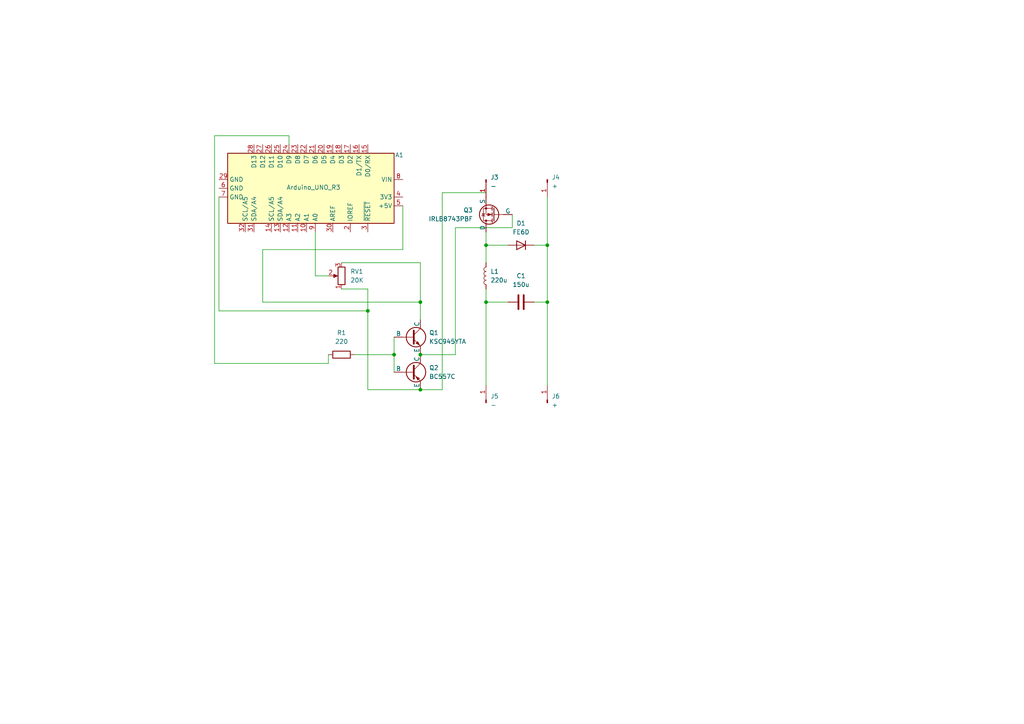
<source format=kicad_sch>
(kicad_sch
	(version 20250114)
	(generator "eeschema")
	(generator_version "9.0")
	(uuid "82f9a297-fb94-4d85-83e5-c45418d2e503")
	(paper "A4")
	(lib_symbols
		(symbol "Connector:Conn_01x01_Pin"
			(pin_names
				(offset 1.016)
				(hide yes)
			)
			(exclude_from_sim no)
			(in_bom yes)
			(on_board yes)
			(property "Reference" "J"
				(at 0 2.54 0)
				(effects
					(font
						(size 1.27 1.27)
					)
				)
			)
			(property "Value" "Conn_01x01_Pin"
				(at 0 -2.54 0)
				(effects
					(font
						(size 1.27 1.27)
					)
				)
			)
			(property "Footprint" ""
				(at 0 0 0)
				(effects
					(font
						(size 1.27 1.27)
					)
					(hide yes)
				)
			)
			(property "Datasheet" "~"
				(at 0 0 0)
				(effects
					(font
						(size 1.27 1.27)
					)
					(hide yes)
				)
			)
			(property "Description" "Generic connector, single row, 01x01, script generated"
				(at 0 0 0)
				(effects
					(font
						(size 1.27 1.27)
					)
					(hide yes)
				)
			)
			(property "ki_locked" ""
				(at 0 0 0)
				(effects
					(font
						(size 1.27 1.27)
					)
				)
			)
			(property "ki_keywords" "connector"
				(at 0 0 0)
				(effects
					(font
						(size 1.27 1.27)
					)
					(hide yes)
				)
			)
			(property "ki_fp_filters" "Connector*:*_1x??_*"
				(at 0 0 0)
				(effects
					(font
						(size 1.27 1.27)
					)
					(hide yes)
				)
			)
			(symbol "Conn_01x01_Pin_1_1"
				(rectangle
					(start 0.8636 0.127)
					(end 0 -0.127)
					(stroke
						(width 0.1524)
						(type default)
					)
					(fill
						(type outline)
					)
				)
				(polyline
					(pts
						(xy 1.27 0) (xy 0.8636 0)
					)
					(stroke
						(width 0.1524)
						(type default)
					)
					(fill
						(type none)
					)
				)
				(pin passive line
					(at 5.08 0 180)
					(length 3.81)
					(name "Pin_1"
						(effects
							(font
								(size 1.27 1.27)
							)
						)
					)
					(number "1"
						(effects
							(font
								(size 1.27 1.27)
							)
						)
					)
				)
			)
			(embedded_fonts no)
		)
		(symbol "Device:C"
			(pin_numbers
				(hide yes)
			)
			(pin_names
				(offset 0.254)
			)
			(exclude_from_sim no)
			(in_bom yes)
			(on_board yes)
			(property "Reference" "C"
				(at 0.635 2.54 0)
				(effects
					(font
						(size 1.27 1.27)
					)
					(justify left)
				)
			)
			(property "Value" "C"
				(at 0.635 -2.54 0)
				(effects
					(font
						(size 1.27 1.27)
					)
					(justify left)
				)
			)
			(property "Footprint" ""
				(at 0.9652 -3.81 0)
				(effects
					(font
						(size 1.27 1.27)
					)
					(hide yes)
				)
			)
			(property "Datasheet" "~"
				(at 0 0 0)
				(effects
					(font
						(size 1.27 1.27)
					)
					(hide yes)
				)
			)
			(property "Description" "Unpolarized capacitor"
				(at 0 0 0)
				(effects
					(font
						(size 1.27 1.27)
					)
					(hide yes)
				)
			)
			(property "ki_keywords" "cap capacitor"
				(at 0 0 0)
				(effects
					(font
						(size 1.27 1.27)
					)
					(hide yes)
				)
			)
			(property "ki_fp_filters" "C_*"
				(at 0 0 0)
				(effects
					(font
						(size 1.27 1.27)
					)
					(hide yes)
				)
			)
			(symbol "C_0_1"
				(polyline
					(pts
						(xy -2.032 0.762) (xy 2.032 0.762)
					)
					(stroke
						(width 0.508)
						(type default)
					)
					(fill
						(type none)
					)
				)
				(polyline
					(pts
						(xy -2.032 -0.762) (xy 2.032 -0.762)
					)
					(stroke
						(width 0.508)
						(type default)
					)
					(fill
						(type none)
					)
				)
			)
			(symbol "C_1_1"
				(pin passive line
					(at 0 3.81 270)
					(length 2.794)
					(name "~"
						(effects
							(font
								(size 1.27 1.27)
							)
						)
					)
					(number "1"
						(effects
							(font
								(size 1.27 1.27)
							)
						)
					)
				)
				(pin passive line
					(at 0 -3.81 90)
					(length 2.794)
					(name "~"
						(effects
							(font
								(size 1.27 1.27)
							)
						)
					)
					(number "2"
						(effects
							(font
								(size 1.27 1.27)
							)
						)
					)
				)
			)
			(embedded_fonts no)
		)
		(symbol "Device:L"
			(pin_numbers
				(hide yes)
			)
			(pin_names
				(offset 1.016)
				(hide yes)
			)
			(exclude_from_sim no)
			(in_bom yes)
			(on_board yes)
			(property "Reference" "L"
				(at -1.27 0 90)
				(effects
					(font
						(size 1.27 1.27)
					)
				)
			)
			(property "Value" "L"
				(at 1.905 0 90)
				(effects
					(font
						(size 1.27 1.27)
					)
				)
			)
			(property "Footprint" ""
				(at 0 0 0)
				(effects
					(font
						(size 1.27 1.27)
					)
					(hide yes)
				)
			)
			(property "Datasheet" "~"
				(at 0 0 0)
				(effects
					(font
						(size 1.27 1.27)
					)
					(hide yes)
				)
			)
			(property "Description" "Inductor"
				(at 0 0 0)
				(effects
					(font
						(size 1.27 1.27)
					)
					(hide yes)
				)
			)
			(property "ki_keywords" "inductor choke coil reactor magnetic"
				(at 0 0 0)
				(effects
					(font
						(size 1.27 1.27)
					)
					(hide yes)
				)
			)
			(property "ki_fp_filters" "Choke_* *Coil* Inductor_* L_*"
				(at 0 0 0)
				(effects
					(font
						(size 1.27 1.27)
					)
					(hide yes)
				)
			)
			(symbol "L_0_1"
				(arc
					(start 0 2.54)
					(mid 0.6323 1.905)
					(end 0 1.27)
					(stroke
						(width 0)
						(type default)
					)
					(fill
						(type none)
					)
				)
				(arc
					(start 0 1.27)
					(mid 0.6323 0.635)
					(end 0 0)
					(stroke
						(width 0)
						(type default)
					)
					(fill
						(type none)
					)
				)
				(arc
					(start 0 0)
					(mid 0.6323 -0.635)
					(end 0 -1.27)
					(stroke
						(width 0)
						(type default)
					)
					(fill
						(type none)
					)
				)
				(arc
					(start 0 -1.27)
					(mid 0.6323 -1.905)
					(end 0 -2.54)
					(stroke
						(width 0)
						(type default)
					)
					(fill
						(type none)
					)
				)
			)
			(symbol "L_1_1"
				(pin passive line
					(at 0 3.81 270)
					(length 1.27)
					(name "1"
						(effects
							(font
								(size 1.27 1.27)
							)
						)
					)
					(number "1"
						(effects
							(font
								(size 1.27 1.27)
							)
						)
					)
				)
				(pin passive line
					(at 0 -3.81 90)
					(length 1.27)
					(name "2"
						(effects
							(font
								(size 1.27 1.27)
							)
						)
					)
					(number "2"
						(effects
							(font
								(size 1.27 1.27)
							)
						)
					)
				)
			)
			(embedded_fonts no)
		)
		(symbol "Device:R"
			(pin_numbers
				(hide yes)
			)
			(pin_names
				(offset 0)
			)
			(exclude_from_sim no)
			(in_bom yes)
			(on_board yes)
			(property "Reference" "R"
				(at 2.032 0 90)
				(effects
					(font
						(size 1.27 1.27)
					)
				)
			)
			(property "Value" "R"
				(at 0 0 90)
				(effects
					(font
						(size 1.27 1.27)
					)
				)
			)
			(property "Footprint" ""
				(at -1.778 0 90)
				(effects
					(font
						(size 1.27 1.27)
					)
					(hide yes)
				)
			)
			(property "Datasheet" "~"
				(at 0 0 0)
				(effects
					(font
						(size 1.27 1.27)
					)
					(hide yes)
				)
			)
			(property "Description" "Resistor"
				(at 0 0 0)
				(effects
					(font
						(size 1.27 1.27)
					)
					(hide yes)
				)
			)
			(property "ki_keywords" "R res resistor"
				(at 0 0 0)
				(effects
					(font
						(size 1.27 1.27)
					)
					(hide yes)
				)
			)
			(property "ki_fp_filters" "R_*"
				(at 0 0 0)
				(effects
					(font
						(size 1.27 1.27)
					)
					(hide yes)
				)
			)
			(symbol "R_0_1"
				(rectangle
					(start -1.016 -2.54)
					(end 1.016 2.54)
					(stroke
						(width 0.254)
						(type default)
					)
					(fill
						(type none)
					)
				)
			)
			(symbol "R_1_1"
				(pin passive line
					(at 0 3.81 270)
					(length 1.27)
					(name "~"
						(effects
							(font
								(size 1.27 1.27)
							)
						)
					)
					(number "1"
						(effects
							(font
								(size 1.27 1.27)
							)
						)
					)
				)
				(pin passive line
					(at 0 -3.81 90)
					(length 1.27)
					(name "~"
						(effects
							(font
								(size 1.27 1.27)
							)
						)
					)
					(number "2"
						(effects
							(font
								(size 1.27 1.27)
							)
						)
					)
				)
			)
			(embedded_fonts no)
		)
		(symbol "Device:R_Potentiometer"
			(pin_names
				(offset 1.016)
				(hide yes)
			)
			(exclude_from_sim no)
			(in_bom yes)
			(on_board yes)
			(property "Reference" "RV"
				(at -4.445 0 90)
				(effects
					(font
						(size 1.27 1.27)
					)
				)
			)
			(property "Value" "R_Potentiometer"
				(at -2.54 0 90)
				(effects
					(font
						(size 1.27 1.27)
					)
				)
			)
			(property "Footprint" ""
				(at 0 0 0)
				(effects
					(font
						(size 1.27 1.27)
					)
					(hide yes)
				)
			)
			(property "Datasheet" "~"
				(at 0 0 0)
				(effects
					(font
						(size 1.27 1.27)
					)
					(hide yes)
				)
			)
			(property "Description" "Potentiometer"
				(at 0 0 0)
				(effects
					(font
						(size 1.27 1.27)
					)
					(hide yes)
				)
			)
			(property "ki_keywords" "resistor variable"
				(at 0 0 0)
				(effects
					(font
						(size 1.27 1.27)
					)
					(hide yes)
				)
			)
			(property "ki_fp_filters" "Potentiometer*"
				(at 0 0 0)
				(effects
					(font
						(size 1.27 1.27)
					)
					(hide yes)
				)
			)
			(symbol "R_Potentiometer_0_1"
				(rectangle
					(start 1.016 2.54)
					(end -1.016 -2.54)
					(stroke
						(width 0.254)
						(type default)
					)
					(fill
						(type none)
					)
				)
				(polyline
					(pts
						(xy 1.143 0) (xy 2.286 0.508) (xy 2.286 -0.508) (xy 1.143 0)
					)
					(stroke
						(width 0)
						(type default)
					)
					(fill
						(type outline)
					)
				)
				(polyline
					(pts
						(xy 2.54 0) (xy 1.524 0)
					)
					(stroke
						(width 0)
						(type default)
					)
					(fill
						(type none)
					)
				)
			)
			(symbol "R_Potentiometer_1_1"
				(pin passive line
					(at 0 3.81 270)
					(length 1.27)
					(name "1"
						(effects
							(font
								(size 1.27 1.27)
							)
						)
					)
					(number "1"
						(effects
							(font
								(size 1.27 1.27)
							)
						)
					)
				)
				(pin passive line
					(at 0 -3.81 90)
					(length 1.27)
					(name "3"
						(effects
							(font
								(size 1.27 1.27)
							)
						)
					)
					(number "3"
						(effects
							(font
								(size 1.27 1.27)
							)
						)
					)
				)
				(pin passive line
					(at 3.81 0 180)
					(length 1.27)
					(name "2"
						(effects
							(font
								(size 1.27 1.27)
							)
						)
					)
					(number "2"
						(effects
							(font
								(size 1.27 1.27)
							)
						)
					)
				)
			)
			(embedded_fonts no)
		)
		(symbol "Diode:1N4148WT"
			(pin_numbers
				(hide yes)
			)
			(pin_names
				(hide yes)
			)
			(exclude_from_sim no)
			(in_bom yes)
			(on_board yes)
			(property "Reference" "D"
				(at 0 2.54 0)
				(effects
					(font
						(size 1.27 1.27)
					)
				)
			)
			(property "Value" "1N4148WT"
				(at 0 -2.54 0)
				(effects
					(font
						(size 1.27 1.27)
					)
				)
			)
			(property "Footprint" "Diode_SMD:D_SOD-523"
				(at 0 -4.445 0)
				(effects
					(font
						(size 1.27 1.27)
					)
					(hide yes)
				)
			)
			(property "Datasheet" "https://www.diodes.com/assets/Datasheets/ds30396.pdf"
				(at 0 0 0)
				(effects
					(font
						(size 1.27 1.27)
					)
					(hide yes)
				)
			)
			(property "Description" "75V 0.15A Fast switching Diode, SOD-523"
				(at 0 0 0)
				(effects
					(font
						(size 1.27 1.27)
					)
					(hide yes)
				)
			)
			(property "Sim.Device" "D"
				(at 0 0 0)
				(effects
					(font
						(size 1.27 1.27)
					)
					(hide yes)
				)
			)
			(property "Sim.Pins" "1=K 2=A"
				(at 0 0 0)
				(effects
					(font
						(size 1.27 1.27)
					)
					(hide yes)
				)
			)
			(property "ki_keywords" "diode"
				(at 0 0 0)
				(effects
					(font
						(size 1.27 1.27)
					)
					(hide yes)
				)
			)
			(property "ki_fp_filters" "D*SOD?523*"
				(at 0 0 0)
				(effects
					(font
						(size 1.27 1.27)
					)
					(hide yes)
				)
			)
			(symbol "1N4148WT_0_1"
				(polyline
					(pts
						(xy -1.27 1.27) (xy -1.27 -1.27)
					)
					(stroke
						(width 0.254)
						(type default)
					)
					(fill
						(type none)
					)
				)
				(polyline
					(pts
						(xy 1.27 1.27) (xy 1.27 -1.27) (xy -1.27 0) (xy 1.27 1.27)
					)
					(stroke
						(width 0.254)
						(type default)
					)
					(fill
						(type none)
					)
				)
				(polyline
					(pts
						(xy 1.27 0) (xy -1.27 0)
					)
					(stroke
						(width 0)
						(type default)
					)
					(fill
						(type none)
					)
				)
			)
			(symbol "1N4148WT_1_1"
				(pin passive line
					(at -3.81 0 0)
					(length 2.54)
					(name "K"
						(effects
							(font
								(size 1.27 1.27)
							)
						)
					)
					(number "1"
						(effects
							(font
								(size 1.27 1.27)
							)
						)
					)
				)
				(pin passive line
					(at 3.81 0 180)
					(length 2.54)
					(name "A"
						(effects
							(font
								(size 1.27 1.27)
							)
						)
					)
					(number "2"
						(effects
							(font
								(size 1.27 1.27)
							)
						)
					)
				)
			)
			(embedded_fonts no)
		)
		(symbol "MCU_Module:Arduino_UNO_R3"
			(exclude_from_sim no)
			(in_bom yes)
			(on_board yes)
			(property "Reference" "A"
				(at -10.16 23.495 0)
				(effects
					(font
						(size 1.27 1.27)
					)
					(justify left bottom)
				)
			)
			(property "Value" "Arduino_UNO_R3"
				(at 5.08 -26.67 0)
				(effects
					(font
						(size 1.27 1.27)
					)
					(justify left top)
				)
			)
			(property "Footprint" "Module:Arduino_UNO_R3"
				(at 0 0 0)
				(effects
					(font
						(size 1.27 1.27)
						(italic yes)
					)
					(hide yes)
				)
			)
			(property "Datasheet" "https://www.arduino.cc/en/Main/arduinoBoardUno"
				(at 0 0 0)
				(effects
					(font
						(size 1.27 1.27)
					)
					(hide yes)
				)
			)
			(property "Description" "Arduino UNO Microcontroller Module, release 3"
				(at 0 0 0)
				(effects
					(font
						(size 1.27 1.27)
					)
					(hide yes)
				)
			)
			(property "ki_keywords" "Arduino UNO R3 Microcontroller Module Atmel AVR USB"
				(at 0 0 0)
				(effects
					(font
						(size 1.27 1.27)
					)
					(hide yes)
				)
			)
			(property "ki_fp_filters" "Arduino*UNO*R3*"
				(at 0 0 0)
				(effects
					(font
						(size 1.27 1.27)
					)
					(hide yes)
				)
			)
			(symbol "Arduino_UNO_R3_0_1"
				(rectangle
					(start -10.16 22.86)
					(end 10.16 -25.4)
					(stroke
						(width 0.254)
						(type default)
					)
					(fill
						(type background)
					)
				)
			)
			(symbol "Arduino_UNO_R3_1_1"
				(pin bidirectional line
					(at -12.7 15.24 0)
					(length 2.54)
					(name "D0/RX"
						(effects
							(font
								(size 1.27 1.27)
							)
						)
					)
					(number "15"
						(effects
							(font
								(size 1.27 1.27)
							)
						)
					)
				)
				(pin bidirectional line
					(at -12.7 12.7 0)
					(length 2.54)
					(name "D1/TX"
						(effects
							(font
								(size 1.27 1.27)
							)
						)
					)
					(number "16"
						(effects
							(font
								(size 1.27 1.27)
							)
						)
					)
				)
				(pin bidirectional line
					(at -12.7 10.16 0)
					(length 2.54)
					(name "D2"
						(effects
							(font
								(size 1.27 1.27)
							)
						)
					)
					(number "17"
						(effects
							(font
								(size 1.27 1.27)
							)
						)
					)
				)
				(pin bidirectional line
					(at -12.7 7.62 0)
					(length 2.54)
					(name "D3"
						(effects
							(font
								(size 1.27 1.27)
							)
						)
					)
					(number "18"
						(effects
							(font
								(size 1.27 1.27)
							)
						)
					)
				)
				(pin bidirectional line
					(at -12.7 5.08 0)
					(length 2.54)
					(name "D4"
						(effects
							(font
								(size 1.27 1.27)
							)
						)
					)
					(number "19"
						(effects
							(font
								(size 1.27 1.27)
							)
						)
					)
				)
				(pin bidirectional line
					(at -12.7 2.54 0)
					(length 2.54)
					(name "D5"
						(effects
							(font
								(size 1.27 1.27)
							)
						)
					)
					(number "20"
						(effects
							(font
								(size 1.27 1.27)
							)
						)
					)
				)
				(pin bidirectional line
					(at -12.7 0 0)
					(length 2.54)
					(name "D6"
						(effects
							(font
								(size 1.27 1.27)
							)
						)
					)
					(number "21"
						(effects
							(font
								(size 1.27 1.27)
							)
						)
					)
				)
				(pin bidirectional line
					(at -12.7 -2.54 0)
					(length 2.54)
					(name "D7"
						(effects
							(font
								(size 1.27 1.27)
							)
						)
					)
					(number "22"
						(effects
							(font
								(size 1.27 1.27)
							)
						)
					)
				)
				(pin bidirectional line
					(at -12.7 -5.08 0)
					(length 2.54)
					(name "D8"
						(effects
							(font
								(size 1.27 1.27)
							)
						)
					)
					(number "23"
						(effects
							(font
								(size 1.27 1.27)
							)
						)
					)
				)
				(pin bidirectional line
					(at -12.7 -7.62 0)
					(length 2.54)
					(name "D9"
						(effects
							(font
								(size 1.27 1.27)
							)
						)
					)
					(number "24"
						(effects
							(font
								(size 1.27 1.27)
							)
						)
					)
				)
				(pin bidirectional line
					(at -12.7 -10.16 0)
					(length 2.54)
					(name "D10"
						(effects
							(font
								(size 1.27 1.27)
							)
						)
					)
					(number "25"
						(effects
							(font
								(size 1.27 1.27)
							)
						)
					)
				)
				(pin bidirectional line
					(at -12.7 -12.7 0)
					(length 2.54)
					(name "D11"
						(effects
							(font
								(size 1.27 1.27)
							)
						)
					)
					(number "26"
						(effects
							(font
								(size 1.27 1.27)
							)
						)
					)
				)
				(pin bidirectional line
					(at -12.7 -15.24 0)
					(length 2.54)
					(name "D12"
						(effects
							(font
								(size 1.27 1.27)
							)
						)
					)
					(number "27"
						(effects
							(font
								(size 1.27 1.27)
							)
						)
					)
				)
				(pin bidirectional line
					(at -12.7 -17.78 0)
					(length 2.54)
					(name "D13"
						(effects
							(font
								(size 1.27 1.27)
							)
						)
					)
					(number "28"
						(effects
							(font
								(size 1.27 1.27)
							)
						)
					)
				)
				(pin no_connect line
					(at -10.16 -20.32 0)
					(length 2.54)
					(hide yes)
					(name "NC"
						(effects
							(font
								(size 1.27 1.27)
							)
						)
					)
					(number "1"
						(effects
							(font
								(size 1.27 1.27)
							)
						)
					)
				)
				(pin power_in line
					(at -2.54 25.4 270)
					(length 2.54)
					(name "VIN"
						(effects
							(font
								(size 1.27 1.27)
							)
						)
					)
					(number "8"
						(effects
							(font
								(size 1.27 1.27)
							)
						)
					)
				)
				(pin power_in line
					(at -2.54 -27.94 90)
					(length 2.54)
					(name "GND"
						(effects
							(font
								(size 1.27 1.27)
							)
						)
					)
					(number "29"
						(effects
							(font
								(size 1.27 1.27)
							)
						)
					)
				)
				(pin power_in line
					(at 0 -27.94 90)
					(length 2.54)
					(name "GND"
						(effects
							(font
								(size 1.27 1.27)
							)
						)
					)
					(number "6"
						(effects
							(font
								(size 1.27 1.27)
							)
						)
					)
				)
				(pin power_out line
					(at 2.54 25.4 270)
					(length 2.54)
					(name "3V3"
						(effects
							(font
								(size 1.27 1.27)
							)
						)
					)
					(number "4"
						(effects
							(font
								(size 1.27 1.27)
							)
						)
					)
				)
				(pin power_in line
					(at 2.54 -27.94 90)
					(length 2.54)
					(name "GND"
						(effects
							(font
								(size 1.27 1.27)
							)
						)
					)
					(number "7"
						(effects
							(font
								(size 1.27 1.27)
							)
						)
					)
				)
				(pin power_out line
					(at 5.08 25.4 270)
					(length 2.54)
					(name "+5V"
						(effects
							(font
								(size 1.27 1.27)
							)
						)
					)
					(number "5"
						(effects
							(font
								(size 1.27 1.27)
							)
						)
					)
				)
				(pin input line
					(at 12.7 15.24 180)
					(length 2.54)
					(name "~{RESET}"
						(effects
							(font
								(size 1.27 1.27)
							)
						)
					)
					(number "3"
						(effects
							(font
								(size 1.27 1.27)
							)
						)
					)
				)
				(pin output line
					(at 12.7 10.16 180)
					(length 2.54)
					(name "IOREF"
						(effects
							(font
								(size 1.27 1.27)
							)
						)
					)
					(number "2"
						(effects
							(font
								(size 1.27 1.27)
							)
						)
					)
				)
				(pin input line
					(at 12.7 5.08 180)
					(length 2.54)
					(name "AREF"
						(effects
							(font
								(size 1.27 1.27)
							)
						)
					)
					(number "30"
						(effects
							(font
								(size 1.27 1.27)
							)
						)
					)
				)
				(pin bidirectional line
					(at 12.7 0 180)
					(length 2.54)
					(name "A0"
						(effects
							(font
								(size 1.27 1.27)
							)
						)
					)
					(number "9"
						(effects
							(font
								(size 1.27 1.27)
							)
						)
					)
				)
				(pin bidirectional line
					(at 12.7 -2.54 180)
					(length 2.54)
					(name "A1"
						(effects
							(font
								(size 1.27 1.27)
							)
						)
					)
					(number "10"
						(effects
							(font
								(size 1.27 1.27)
							)
						)
					)
				)
				(pin bidirectional line
					(at 12.7 -5.08 180)
					(length 2.54)
					(name "A2"
						(effects
							(font
								(size 1.27 1.27)
							)
						)
					)
					(number "11"
						(effects
							(font
								(size 1.27 1.27)
							)
						)
					)
				)
				(pin bidirectional line
					(at 12.7 -7.62 180)
					(length 2.54)
					(name "A3"
						(effects
							(font
								(size 1.27 1.27)
							)
						)
					)
					(number "12"
						(effects
							(font
								(size 1.27 1.27)
							)
						)
					)
				)
				(pin bidirectional line
					(at 12.7 -10.16 180)
					(length 2.54)
					(name "SDA/A4"
						(effects
							(font
								(size 1.27 1.27)
							)
						)
					)
					(number "13"
						(effects
							(font
								(size 1.27 1.27)
							)
						)
					)
				)
				(pin bidirectional line
					(at 12.7 -12.7 180)
					(length 2.54)
					(name "SCL/A5"
						(effects
							(font
								(size 1.27 1.27)
							)
						)
					)
					(number "14"
						(effects
							(font
								(size 1.27 1.27)
							)
						)
					)
				)
				(pin bidirectional line
					(at 12.7 -17.78 180)
					(length 2.54)
					(name "SDA/A4"
						(effects
							(font
								(size 1.27 1.27)
							)
						)
					)
					(number "31"
						(effects
							(font
								(size 1.27 1.27)
							)
						)
					)
				)
				(pin bidirectional line
					(at 12.7 -20.32 180)
					(length 2.54)
					(name "SCL/A5"
						(effects
							(font
								(size 1.27 1.27)
							)
						)
					)
					(number "32"
						(effects
							(font
								(size 1.27 1.27)
							)
						)
					)
				)
			)
			(embedded_fonts no)
		)
		(symbol "Simulation_SPICE:NMOS"
			(pin_numbers
				(hide yes)
			)
			(pin_names
				(offset 0)
			)
			(exclude_from_sim no)
			(in_bom yes)
			(on_board yes)
			(property "Reference" "Q"
				(at 5.08 1.27 0)
				(effects
					(font
						(size 1.27 1.27)
					)
					(justify left)
				)
			)
			(property "Value" "NMOS"
				(at 5.08 -1.27 0)
				(effects
					(font
						(size 1.27 1.27)
					)
					(justify left)
				)
			)
			(property "Footprint" ""
				(at 5.08 2.54 0)
				(effects
					(font
						(size 1.27 1.27)
					)
					(hide yes)
				)
			)
			(property "Datasheet" "https://ngspice.sourceforge.io/docs/ngspice-html-manual/manual.xhtml#cha_MOSFETs"
				(at 0 -12.7 0)
				(effects
					(font
						(size 1.27 1.27)
					)
					(hide yes)
				)
			)
			(property "Description" "N-MOSFET transistor, drain/source/gate"
				(at 0 0 0)
				(effects
					(font
						(size 1.27 1.27)
					)
					(hide yes)
				)
			)
			(property "Sim.Device" "NMOS"
				(at 0 -17.145 0)
				(effects
					(font
						(size 1.27 1.27)
					)
					(hide yes)
				)
			)
			(property "Sim.Type" "VDMOS"
				(at 0 -19.05 0)
				(effects
					(font
						(size 1.27 1.27)
					)
					(hide yes)
				)
			)
			(property "Sim.Pins" "1=D 2=G 3=S"
				(at 0 -15.24 0)
				(effects
					(font
						(size 1.27 1.27)
					)
					(hide yes)
				)
			)
			(property "ki_keywords" "transistor NMOS N-MOS N-MOSFET simulation"
				(at 0 0 0)
				(effects
					(font
						(size 1.27 1.27)
					)
					(hide yes)
				)
			)
			(symbol "NMOS_0_1"
				(polyline
					(pts
						(xy 0.254 1.905) (xy 0.254 -1.905)
					)
					(stroke
						(width 0.254)
						(type default)
					)
					(fill
						(type none)
					)
				)
				(polyline
					(pts
						(xy 0.254 0) (xy -2.54 0)
					)
					(stroke
						(width 0)
						(type default)
					)
					(fill
						(type none)
					)
				)
				(polyline
					(pts
						(xy 0.762 2.286) (xy 0.762 1.27)
					)
					(stroke
						(width 0.254)
						(type default)
					)
					(fill
						(type none)
					)
				)
				(polyline
					(pts
						(xy 0.762 0.508) (xy 0.762 -0.508)
					)
					(stroke
						(width 0.254)
						(type default)
					)
					(fill
						(type none)
					)
				)
				(polyline
					(pts
						(xy 0.762 -1.27) (xy 0.762 -2.286)
					)
					(stroke
						(width 0.254)
						(type default)
					)
					(fill
						(type none)
					)
				)
				(polyline
					(pts
						(xy 0.762 -1.778) (xy 3.302 -1.778) (xy 3.302 1.778) (xy 0.762 1.778)
					)
					(stroke
						(width 0)
						(type default)
					)
					(fill
						(type none)
					)
				)
				(polyline
					(pts
						(xy 1.016 0) (xy 2.032 0.381) (xy 2.032 -0.381) (xy 1.016 0)
					)
					(stroke
						(width 0)
						(type default)
					)
					(fill
						(type outline)
					)
				)
				(circle
					(center 1.651 0)
					(radius 2.794)
					(stroke
						(width 0.254)
						(type default)
					)
					(fill
						(type none)
					)
				)
				(polyline
					(pts
						(xy 2.54 2.54) (xy 2.54 1.778)
					)
					(stroke
						(width 0)
						(type default)
					)
					(fill
						(type none)
					)
				)
				(circle
					(center 2.54 1.778)
					(radius 0.254)
					(stroke
						(width 0)
						(type default)
					)
					(fill
						(type outline)
					)
				)
				(circle
					(center 2.54 -1.778)
					(radius 0.254)
					(stroke
						(width 0)
						(type default)
					)
					(fill
						(type outline)
					)
				)
				(polyline
					(pts
						(xy 2.54 -2.54) (xy 2.54 0) (xy 0.762 0)
					)
					(stroke
						(width 0)
						(type default)
					)
					(fill
						(type none)
					)
				)
				(polyline
					(pts
						(xy 2.794 0.508) (xy 2.921 0.381) (xy 3.683 0.381) (xy 3.81 0.254)
					)
					(stroke
						(width 0)
						(type default)
					)
					(fill
						(type none)
					)
				)
				(polyline
					(pts
						(xy 3.302 0.381) (xy 2.921 -0.254) (xy 3.683 -0.254) (xy 3.302 0.381)
					)
					(stroke
						(width 0)
						(type default)
					)
					(fill
						(type none)
					)
				)
			)
			(symbol "NMOS_1_1"
				(pin input line
					(at -5.08 0 0)
					(length 2.54)
					(name "G"
						(effects
							(font
								(size 1.27 1.27)
							)
						)
					)
					(number "2"
						(effects
							(font
								(size 1.27 1.27)
							)
						)
					)
				)
				(pin passive line
					(at 2.54 5.08 270)
					(length 2.54)
					(name "D"
						(effects
							(font
								(size 1.27 1.27)
							)
						)
					)
					(number "1"
						(effects
							(font
								(size 1.27 1.27)
							)
						)
					)
				)
				(pin passive line
					(at 2.54 -5.08 90)
					(length 2.54)
					(name "S"
						(effects
							(font
								(size 1.27 1.27)
							)
						)
					)
					(number "3"
						(effects
							(font
								(size 1.27 1.27)
							)
						)
					)
				)
			)
			(embedded_fonts no)
		)
		(symbol "Simulation_SPICE:NPN"
			(pin_numbers
				(hide yes)
			)
			(pin_names
				(offset 0)
			)
			(exclude_from_sim no)
			(in_bom yes)
			(on_board yes)
			(property "Reference" "Q"
				(at -2.54 7.62 0)
				(effects
					(font
						(size 1.27 1.27)
					)
				)
			)
			(property "Value" "NPN"
				(at -2.54 5.08 0)
				(effects
					(font
						(size 1.27 1.27)
					)
				)
			)
			(property "Footprint" ""
				(at 63.5 0 0)
				(effects
					(font
						(size 1.27 1.27)
					)
					(hide yes)
				)
			)
			(property "Datasheet" "https://ngspice.sourceforge.io/docs/ngspice-html-manual/manual.xhtml#cha_BJTs"
				(at 63.5 0 0)
				(effects
					(font
						(size 1.27 1.27)
					)
					(hide yes)
				)
			)
			(property "Description" "Bipolar transistor symbol for simulation only, substrate tied to the emitter"
				(at 0 0 0)
				(effects
					(font
						(size 1.27 1.27)
					)
					(hide yes)
				)
			)
			(property "Sim.Device" "NPN"
				(at 0 0 0)
				(effects
					(font
						(size 1.27 1.27)
					)
					(hide yes)
				)
			)
			(property "Sim.Type" "GUMMELPOON"
				(at 0 0 0)
				(effects
					(font
						(size 1.27 1.27)
					)
					(hide yes)
				)
			)
			(property "Sim.Pins" "1=C 2=B 3=E"
				(at 0 0 0)
				(effects
					(font
						(size 1.27 1.27)
					)
					(hide yes)
				)
			)
			(property "ki_keywords" "simulation"
				(at 0 0 0)
				(effects
					(font
						(size 1.27 1.27)
					)
					(hide yes)
				)
			)
			(symbol "NPN_0_1"
				(polyline
					(pts
						(xy -2.54 0) (xy 0.635 0)
					)
					(stroke
						(width 0.1524)
						(type default)
					)
					(fill
						(type none)
					)
				)
				(polyline
					(pts
						(xy 0.635 1.905) (xy 0.635 -1.905) (xy 0.635 -1.905)
					)
					(stroke
						(width 0.508)
						(type default)
					)
					(fill
						(type none)
					)
				)
				(polyline
					(pts
						(xy 0.635 0.635) (xy 2.54 2.54)
					)
					(stroke
						(width 0)
						(type default)
					)
					(fill
						(type none)
					)
				)
				(polyline
					(pts
						(xy 0.635 -0.635) (xy 2.54 -2.54) (xy 2.54 -2.54)
					)
					(stroke
						(width 0)
						(type default)
					)
					(fill
						(type none)
					)
				)
				(circle
					(center 1.27 0)
					(radius 2.8194)
					(stroke
						(width 0.254)
						(type default)
					)
					(fill
						(type none)
					)
				)
				(polyline
					(pts
						(xy 1.27 -1.778) (xy 1.778 -1.27) (xy 2.286 -2.286) (xy 1.27 -1.778) (xy 1.27 -1.778)
					)
					(stroke
						(width 0)
						(type default)
					)
					(fill
						(type outline)
					)
				)
				(polyline
					(pts
						(xy 2.794 -1.27) (xy 2.794 -1.27)
					)
					(stroke
						(width 0.1524)
						(type default)
					)
					(fill
						(type none)
					)
				)
				(polyline
					(pts
						(xy 2.794 -1.27) (xy 2.794 -1.27)
					)
					(stroke
						(width 0.1524)
						(type default)
					)
					(fill
						(type none)
					)
				)
			)
			(symbol "NPN_1_1"
				(pin input line
					(at -5.08 0 0)
					(length 2.54)
					(name "B"
						(effects
							(font
								(size 1.27 1.27)
							)
						)
					)
					(number "2"
						(effects
							(font
								(size 1.27 1.27)
							)
						)
					)
				)
				(pin open_collector line
					(at 2.54 5.08 270)
					(length 2.54)
					(name "C"
						(effects
							(font
								(size 1.27 1.27)
							)
						)
					)
					(number "1"
						(effects
							(font
								(size 1.27 1.27)
							)
						)
					)
				)
				(pin open_emitter line
					(at 2.54 -5.08 90)
					(length 2.54)
					(name "E"
						(effects
							(font
								(size 1.27 1.27)
							)
						)
					)
					(number "3"
						(effects
							(font
								(size 1.27 1.27)
							)
						)
					)
				)
			)
			(embedded_fonts no)
		)
		(symbol "Simulation_SPICE:PNP"
			(pin_numbers
				(hide yes)
			)
			(pin_names
				(offset 0)
			)
			(exclude_from_sim no)
			(in_bom yes)
			(on_board yes)
			(property "Reference" "Q"
				(at -2.54 7.62 0)
				(effects
					(font
						(size 1.27 1.27)
					)
				)
			)
			(property "Value" "PNP"
				(at -2.54 5.08 0)
				(effects
					(font
						(size 1.27 1.27)
					)
				)
			)
			(property "Footprint" ""
				(at 35.56 0 0)
				(effects
					(font
						(size 1.27 1.27)
					)
					(hide yes)
				)
			)
			(property "Datasheet" "https://ngspice.sourceforge.io/docs/ngspice-html-manual/manual.xhtml#cha_BJTs"
				(at 35.56 0 0)
				(effects
					(font
						(size 1.27 1.27)
					)
					(hide yes)
				)
			)
			(property "Description" "Bipolar transistor symbol for simulation only, substrate tied to the emitter"
				(at 0 0 0)
				(effects
					(font
						(size 1.27 1.27)
					)
					(hide yes)
				)
			)
			(property "Sim.Device" "PNP"
				(at 0 0 0)
				(effects
					(font
						(size 1.27 1.27)
					)
					(hide yes)
				)
			)
			(property "Sim.Type" "GUMMELPOON"
				(at 0 0 0)
				(effects
					(font
						(size 1.27 1.27)
					)
					(hide yes)
				)
			)
			(property "Sim.Pins" "1=C 2=B 3=E"
				(at 0 0 0)
				(effects
					(font
						(size 1.27 1.27)
					)
					(hide yes)
				)
			)
			(property "ki_keywords" "simulation"
				(at 0 0 0)
				(effects
					(font
						(size 1.27 1.27)
					)
					(hide yes)
				)
			)
			(symbol "PNP_0_1"
				(polyline
					(pts
						(xy -2.54 0) (xy 0.635 0)
					)
					(stroke
						(width 0.1524)
						(type default)
					)
					(fill
						(type none)
					)
				)
				(polyline
					(pts
						(xy 0.635 1.905) (xy 0.635 -1.905) (xy 0.635 -1.905)
					)
					(stroke
						(width 0.508)
						(type default)
					)
					(fill
						(type none)
					)
				)
				(polyline
					(pts
						(xy 0.635 0.635) (xy 2.54 2.54)
					)
					(stroke
						(width 0)
						(type default)
					)
					(fill
						(type none)
					)
				)
				(polyline
					(pts
						(xy 0.635 -0.635) (xy 2.54 -2.54) (xy 2.54 -2.54)
					)
					(stroke
						(width 0)
						(type default)
					)
					(fill
						(type none)
					)
				)
				(circle
					(center 1.27 0)
					(radius 2.8194)
					(stroke
						(width 0.254)
						(type default)
					)
					(fill
						(type none)
					)
				)
				(polyline
					(pts
						(xy 2.286 -1.778) (xy 1.778 -2.286) (xy 1.27 -1.27) (xy 2.286 -1.778) (xy 2.286 -1.778)
					)
					(stroke
						(width 0)
						(type default)
					)
					(fill
						(type outline)
					)
				)
			)
			(symbol "PNP_1_1"
				(pin input line
					(at -5.08 0 0)
					(length 2.54)
					(name "B"
						(effects
							(font
								(size 1.27 1.27)
							)
						)
					)
					(number "2"
						(effects
							(font
								(size 1.27 1.27)
							)
						)
					)
				)
				(pin open_collector line
					(at 2.54 5.08 270)
					(length 2.54)
					(name "C"
						(effects
							(font
								(size 1.27 1.27)
							)
						)
					)
					(number "1"
						(effects
							(font
								(size 1.27 1.27)
							)
						)
					)
				)
				(pin open_emitter line
					(at 2.54 -5.08 90)
					(length 2.54)
					(name "E"
						(effects
							(font
								(size 1.27 1.27)
							)
						)
					)
					(number "3"
						(effects
							(font
								(size 1.27 1.27)
							)
						)
					)
				)
			)
			(embedded_fonts no)
		)
	)
	(junction
		(at 140.97 87.63)
		(diameter 0)
		(color 0 0 0 0)
		(uuid "02e39880-c486-4c5f-a5d2-8439a81019c9")
	)
	(junction
		(at 158.75 71.12)
		(diameter 0)
		(color 0 0 0 0)
		(uuid "26823c4d-e880-47b8-b87e-85d2a2d4ada1")
	)
	(junction
		(at 121.92 87.63)
		(diameter 0)
		(color 0 0 0 0)
		(uuid "3ec1705e-6dee-44a8-93d1-c3b1291bc7d8")
	)
	(junction
		(at 121.92 102.87)
		(diameter 0)
		(color 0 0 0 0)
		(uuid "52d115be-0f51-4e70-9416-a757d6c27eb1")
	)
	(junction
		(at 140.97 71.12)
		(diameter 0)
		(color 0 0 0 0)
		(uuid "546fa07e-ceb5-491f-ab09-004def0f17fc")
	)
	(junction
		(at 158.75 87.63)
		(diameter 0)
		(color 0 0 0 0)
		(uuid "66679834-4cc4-4493-af35-9ea1c54d640d")
	)
	(junction
		(at 121.92 113.03)
		(diameter 0)
		(color 0 0 0 0)
		(uuid "80477008-d20e-4b8b-bbc6-e530aa70fe61")
	)
	(junction
		(at 106.68 90.17)
		(diameter 0)
		(color 0 0 0 0)
		(uuid "ab659911-1462-4ac6-ace2-ac050d844898")
	)
	(junction
		(at 114.3 102.87)
		(diameter 0)
		(color 0 0 0 0)
		(uuid "f6880da9-949d-4ec0-bf93-22d73f091028")
	)
	(wire
		(pts
			(xy 121.92 76.2) (xy 121.92 87.63)
		)
		(stroke
			(width 0)
			(type default)
		)
		(uuid "0120821a-70ee-479f-bd37-e500c45b9625")
	)
	(wire
		(pts
			(xy 132.08 66.04) (xy 148.59 66.04)
		)
		(stroke
			(width 0)
			(type default)
		)
		(uuid "03022211-2347-4eb7-aa3e-5514f0dea6b3")
	)
	(wire
		(pts
			(xy 62.23 39.37) (xy 83.82 39.37)
		)
		(stroke
			(width 0)
			(type default)
		)
		(uuid "0664a1a0-3a1f-4e4d-b94b-d2cbca6e183b")
	)
	(wire
		(pts
			(xy 140.97 55.88) (xy 128.27 55.88)
		)
		(stroke
			(width 0)
			(type default)
		)
		(uuid "06a6bbc2-436a-4d47-af53-77c2dfff5f2a")
	)
	(wire
		(pts
			(xy 95.25 105.41) (xy 95.25 102.87)
		)
		(stroke
			(width 0)
			(type default)
		)
		(uuid "07b9e526-55af-4a2b-ab00-50c5929577d2")
	)
	(wire
		(pts
			(xy 140.97 87.63) (xy 147.32 87.63)
		)
		(stroke
			(width 0)
			(type default)
		)
		(uuid "10dbdd11-edc7-4d4f-bce7-8b69dd089fc1")
	)
	(wire
		(pts
			(xy 140.97 67.31) (xy 140.97 71.12)
		)
		(stroke
			(width 0)
			(type default)
		)
		(uuid "1baa7de5-d6c5-4aca-9bc9-c388d69a16c5")
	)
	(wire
		(pts
			(xy 148.59 66.04) (xy 148.59 62.23)
		)
		(stroke
			(width 0)
			(type default)
		)
		(uuid "1d93d4a8-ff0b-4423-bfbc-4f9f6c2e4262")
	)
	(wire
		(pts
			(xy 140.97 87.63) (xy 140.97 111.76)
		)
		(stroke
			(width 0)
			(type default)
		)
		(uuid "262b9629-3f53-4f54-af85-8a33c06bbf2d")
	)
	(wire
		(pts
			(xy 158.75 57.15) (xy 158.75 71.12)
		)
		(stroke
			(width 0)
			(type default)
		)
		(uuid "294effd2-afd4-4196-a76c-0787182de1d8")
	)
	(wire
		(pts
			(xy 102.87 102.87) (xy 114.3 102.87)
		)
		(stroke
			(width 0)
			(type default)
		)
		(uuid "2bb03e25-1407-4806-b5ba-9728e153d3ff")
	)
	(wire
		(pts
			(xy 106.68 90.17) (xy 106.68 113.03)
		)
		(stroke
			(width 0)
			(type default)
		)
		(uuid "31dfcd1d-876b-4e74-b0d2-af58ace1a704")
	)
	(wire
		(pts
			(xy 158.75 71.12) (xy 158.75 87.63)
		)
		(stroke
			(width 0)
			(type default)
		)
		(uuid "3242a3de-6bff-4770-853f-012aa729ac0f")
	)
	(wire
		(pts
			(xy 76.2 87.63) (xy 121.92 87.63)
		)
		(stroke
			(width 0)
			(type default)
		)
		(uuid "324708cb-c40f-4722-9ed1-c8330432e2cd")
	)
	(wire
		(pts
			(xy 63.5 90.17) (xy 106.68 90.17)
		)
		(stroke
			(width 0)
			(type default)
		)
		(uuid "337ad1dc-2807-41a4-aa06-5e43b62038d0")
	)
	(wire
		(pts
			(xy 140.97 71.12) (xy 147.32 71.12)
		)
		(stroke
			(width 0)
			(type default)
		)
		(uuid "408ab8e1-3412-49ef-8556-ae7c56106113")
	)
	(wire
		(pts
			(xy 95.25 80.01) (xy 91.44 80.01)
		)
		(stroke
			(width 0)
			(type default)
		)
		(uuid "4167d20e-28ba-4d91-bba9-01edc1939577")
	)
	(wire
		(pts
			(xy 99.06 83.82) (xy 106.68 83.82)
		)
		(stroke
			(width 0)
			(type default)
		)
		(uuid "4a76bd9f-f6fe-406d-950c-0a5797af12ae")
	)
	(wire
		(pts
			(xy 116.84 72.39) (xy 116.84 59.69)
		)
		(stroke
			(width 0)
			(type default)
		)
		(uuid "4cfcc816-777c-49a1-a1c9-40714ddf39ea")
	)
	(wire
		(pts
			(xy 114.3 97.79) (xy 114.3 102.87)
		)
		(stroke
			(width 0)
			(type default)
		)
		(uuid "524a056a-5d55-49a5-ade1-422a20f33370")
	)
	(wire
		(pts
			(xy 121.92 87.63) (xy 121.92 92.71)
		)
		(stroke
			(width 0)
			(type default)
		)
		(uuid "5822b3f3-ffbf-49ec-8ebc-bfc0f31a7700")
	)
	(wire
		(pts
			(xy 128.27 55.88) (xy 128.27 113.03)
		)
		(stroke
			(width 0)
			(type default)
		)
		(uuid "7051a2df-c134-439d-a5a4-e63284c90944")
	)
	(wire
		(pts
			(xy 128.27 113.03) (xy 121.92 113.03)
		)
		(stroke
			(width 0)
			(type default)
		)
		(uuid "738801be-faa1-44a2-a281-bebbb6b3b7ff")
	)
	(wire
		(pts
			(xy 106.68 83.82) (xy 106.68 90.17)
		)
		(stroke
			(width 0)
			(type default)
		)
		(uuid "755ca0aa-1435-4a3a-aac0-43798dbc522b")
	)
	(wire
		(pts
			(xy 91.44 80.01) (xy 91.44 67.31)
		)
		(stroke
			(width 0)
			(type default)
		)
		(uuid "915e19b5-0169-478f-9c2e-da36b2f46fb4")
	)
	(wire
		(pts
			(xy 83.82 39.37) (xy 83.82 41.91)
		)
		(stroke
			(width 0)
			(type default)
		)
		(uuid "98528b5c-3ae9-4984-a7e3-e104a6390cd1")
	)
	(wire
		(pts
			(xy 132.08 102.87) (xy 132.08 66.04)
		)
		(stroke
			(width 0)
			(type default)
		)
		(uuid "9b4942a9-b71f-4915-8e1a-7a8bf8fd4416")
	)
	(wire
		(pts
			(xy 106.68 113.03) (xy 121.92 113.03)
		)
		(stroke
			(width 0)
			(type default)
		)
		(uuid "be2d8093-c3d9-473c-81a7-73a546e5abdd")
	)
	(wire
		(pts
			(xy 76.2 87.63) (xy 76.2 72.39)
		)
		(stroke
			(width 0)
			(type default)
		)
		(uuid "c9fc482e-7c35-4fcd-a866-918545ab4c3d")
	)
	(wire
		(pts
			(xy 140.97 71.12) (xy 140.97 76.2)
		)
		(stroke
			(width 0)
			(type default)
		)
		(uuid "cef778bd-a2fa-4fb7-9d1b-83a641072a32")
	)
	(wire
		(pts
			(xy 62.23 105.41) (xy 95.25 105.41)
		)
		(stroke
			(width 0)
			(type default)
		)
		(uuid "d0fb8e54-d532-4c91-95d9-ad1038f58b7e")
	)
	(wire
		(pts
			(xy 63.5 90.17) (xy 63.5 57.15)
		)
		(stroke
			(width 0)
			(type default)
		)
		(uuid "d459508a-3e9c-4621-9553-e97ff2ba9410")
	)
	(wire
		(pts
			(xy 154.94 87.63) (xy 158.75 87.63)
		)
		(stroke
			(width 0)
			(type default)
		)
		(uuid "d4c1f4c9-103a-45b7-8588-54c1b3edb076")
	)
	(wire
		(pts
			(xy 158.75 87.63) (xy 158.75 111.76)
		)
		(stroke
			(width 0)
			(type default)
		)
		(uuid "df2add40-38ce-4022-9256-c95353aaede8")
	)
	(wire
		(pts
			(xy 76.2 72.39) (xy 116.84 72.39)
		)
		(stroke
			(width 0)
			(type default)
		)
		(uuid "e16caa79-e454-49e4-9f0a-1fdce631dc70")
	)
	(wire
		(pts
			(xy 154.94 71.12) (xy 158.75 71.12)
		)
		(stroke
			(width 0)
			(type default)
		)
		(uuid "e34dfff8-8905-4cec-a6a8-6236c208e426")
	)
	(wire
		(pts
			(xy 62.23 105.41) (xy 62.23 39.37)
		)
		(stroke
			(width 0)
			(type default)
		)
		(uuid "e92ea25b-5d4c-415a-98fa-cead09044501")
	)
	(wire
		(pts
			(xy 140.97 83.82) (xy 140.97 87.63)
		)
		(stroke
			(width 0)
			(type default)
		)
		(uuid "f3df3b33-b128-47f6-9201-86a56fbc3b7e")
	)
	(wire
		(pts
			(xy 99.06 76.2) (xy 121.92 76.2)
		)
		(stroke
			(width 0)
			(type default)
		)
		(uuid "f63a8a6a-be73-4d6c-8811-609fd5263013")
	)
	(wire
		(pts
			(xy 114.3 102.87) (xy 114.3 107.95)
		)
		(stroke
			(width 0)
			(type default)
		)
		(uuid "f9faadc5-e06c-498b-a7d8-6b6d6caf94df")
	)
	(wire
		(pts
			(xy 121.92 102.87) (xy 132.08 102.87)
		)
		(stroke
			(width 0)
			(type default)
		)
		(uuid "ffb86553-f111-4050-9668-8beea982515b")
	)
	(symbol
		(lib_id "Device:L")
		(at 140.97 80.01 180)
		(unit 1)
		(exclude_from_sim no)
		(in_bom yes)
		(on_board yes)
		(dnp no)
		(fields_autoplaced yes)
		(uuid "0bd88a87-f37c-48ee-9f82-f5c3de440eaa")
		(property "Reference" "L1"
			(at 142.24 78.7399 0)
			(effects
				(font
					(size 1.27 1.27)
				)
				(justify right)
			)
		)
		(property "Value" "220u"
			(at 142.24 81.2799 0)
			(effects
				(font
					(size 1.27 1.27)
				)
				(justify right)
			)
		)
		(property "Footprint" ""
			(at 140.97 80.01 0)
			(effects
				(font
					(size 1.27 1.27)
				)
				(hide yes)
			)
		)
		(property "Datasheet" "~"
			(at 140.97 80.01 0)
			(effects
				(font
					(size 1.27 1.27)
				)
				(hide yes)
			)
		)
		(property "Description" "Inductor"
			(at 140.97 80.01 0)
			(effects
				(font
					(size 1.27 1.27)
				)
				(hide yes)
			)
		)
		(pin "1"
			(uuid "ac058368-c558-45b3-97ad-8b94e567aaae")
		)
		(pin "2"
			(uuid "b062fb05-8fa7-441a-b1e4-a7562e2cc7c0")
		)
		(instances
			(project ""
				(path "/82f9a297-fb94-4d85-83e5-c45418d2e503"
					(reference "L1")
					(unit 1)
				)
			)
		)
	)
	(symbol
		(lib_id "Connector:Conn_01x01_Pin")
		(at 158.75 116.84 90)
		(unit 1)
		(exclude_from_sim no)
		(in_bom yes)
		(on_board yes)
		(dnp no)
		(fields_autoplaced yes)
		(uuid "287f5ebd-14ca-4f8e-8e78-36bd729d3cb5")
		(property "Reference" "J6"
			(at 160.02 114.9349 90)
			(effects
				(font
					(size 1.27 1.27)
				)
				(justify right)
			)
		)
		(property "Value" "+"
			(at 160.02 117.4749 90)
			(effects
				(font
					(size 1.27 1.27)
				)
				(justify right)
			)
		)
		(property "Footprint" ""
			(at 158.75 116.84 0)
			(effects
				(font
					(size 1.27 1.27)
				)
				(hide yes)
			)
		)
		(property "Datasheet" "~"
			(at 158.75 116.84 0)
			(effects
				(font
					(size 1.27 1.27)
				)
				(hide yes)
			)
		)
		(property "Description" "Generic connector, single row, 01x01, script generated"
			(at 158.75 116.84 0)
			(effects
				(font
					(size 1.27 1.27)
				)
				(hide yes)
			)
		)
		(pin "1"
			(uuid "9cf4ccd6-c9db-4450-a76d-d7beef0d80e5")
		)
		(instances
			(project "PE project"
				(path "/82f9a297-fb94-4d85-83e5-c45418d2e503"
					(reference "J6")
					(unit 1)
				)
			)
		)
	)
	(symbol
		(lib_id "Connector:Conn_01x01_Pin")
		(at 158.75 52.07 270)
		(unit 1)
		(exclude_from_sim no)
		(in_bom yes)
		(on_board yes)
		(dnp no)
		(fields_autoplaced yes)
		(uuid "2f8c8350-e9e9-42f5-bf52-ca79b609f472")
		(property "Reference" "J4"
			(at 160.02 51.4349 90)
			(effects
				(font
					(size 1.27 1.27)
				)
				(justify left)
			)
		)
		(property "Value" "+"
			(at 160.02 53.9749 90)
			(effects
				(font
					(size 1.27 1.27)
				)
				(justify left)
			)
		)
		(property "Footprint" ""
			(at 158.75 52.07 0)
			(effects
				(font
					(size 1.27 1.27)
				)
				(hide yes)
			)
		)
		(property "Datasheet" "~"
			(at 158.75 52.07 0)
			(effects
				(font
					(size 1.27 1.27)
				)
				(hide yes)
			)
		)
		(property "Description" "Generic connector, single row, 01x01, script generated"
			(at 158.75 52.07 0)
			(effects
				(font
					(size 1.27 1.27)
				)
				(hide yes)
			)
		)
		(pin "1"
			(uuid "45c65d4d-0815-44e5-a01b-023d95207649")
		)
		(instances
			(project ""
				(path "/82f9a297-fb94-4d85-83e5-c45418d2e503"
					(reference "J4")
					(unit 1)
				)
			)
		)
	)
	(symbol
		(lib_id "Simulation_SPICE:NMOS")
		(at 143.51 62.23 180)
		(unit 1)
		(exclude_from_sim no)
		(in_bom yes)
		(on_board yes)
		(dnp no)
		(fields_autoplaced yes)
		(uuid "3fcf7c05-1f89-40d8-8cc2-114d3f7c88dd")
		(property "Reference" "Q3"
			(at 137.16 60.9599 0)
			(effects
				(font
					(size 1.27 1.27)
				)
				(justify left)
			)
		)
		(property "Value" "IRLB8743PBF"
			(at 137.16 63.4999 0)
			(effects
				(font
					(size 1.27 1.27)
				)
				(justify left)
			)
		)
		(property "Footprint" ""
			(at 138.43 64.77 0)
			(effects
				(font
					(size 1.27 1.27)
				)
				(hide yes)
			)
		)
		(property "Datasheet" "https://ngspice.sourceforge.io/docs/ngspice-html-manual/manual.xhtml#cha_MOSFETs"
			(at 143.51 49.53 0)
			(effects
				(font
					(size 1.27 1.27)
				)
				(hide yes)
			)
		)
		(property "Description" "N-MOSFET transistor, drain/source/gate"
			(at 143.51 62.23 0)
			(effects
				(font
					(size 1.27 1.27)
				)
				(hide yes)
			)
		)
		(property "Sim.Device" "NMOS"
			(at 143.51 45.085 0)
			(effects
				(font
					(size 1.27 1.27)
				)
				(hide yes)
			)
		)
		(property "Sim.Type" "VDMOS"
			(at 143.51 43.18 0)
			(effects
				(font
					(size 1.27 1.27)
				)
				(hide yes)
			)
		)
		(property "Sim.Pins" "1=D 2=G 3=S"
			(at 143.51 46.99 0)
			(effects
				(font
					(size 1.27 1.27)
				)
				(hide yes)
			)
		)
		(pin "2"
			(uuid "f6c7d03e-f9a9-4323-8f76-7e3bd9500a3a")
		)
		(pin "3"
			(uuid "0bdaeb81-b496-47e4-9708-efdfbde16410")
		)
		(pin "1"
			(uuid "d531b513-4e57-4688-a508-b1a48865f1d1")
		)
		(instances
			(project ""
				(path "/82f9a297-fb94-4d85-83e5-c45418d2e503"
					(reference "Q3")
					(unit 1)
				)
			)
		)
	)
	(symbol
		(lib_id "Diode:1N4148WT")
		(at 151.13 71.12 180)
		(unit 1)
		(exclude_from_sim no)
		(in_bom yes)
		(on_board yes)
		(dnp no)
		(fields_autoplaced yes)
		(uuid "57cd2853-dc29-4489-86fe-51ebb273caf4")
		(property "Reference" "D1"
			(at 151.13 64.77 0)
			(effects
				(font
					(size 1.27 1.27)
				)
			)
		)
		(property "Value" "FE6D"
			(at 151.13 67.31 0)
			(effects
				(font
					(size 1.27 1.27)
				)
			)
		)
		(property "Footprint" "Diode_SMD:D_SOD-523"
			(at 151.13 66.675 0)
			(effects
				(font
					(size 1.27 1.27)
				)
				(hide yes)
			)
		)
		(property "Datasheet" "https://www.diodes.com/assets/Datasheets/ds30396.pdf"
			(at 151.13 71.12 0)
			(effects
				(font
					(size 1.27 1.27)
				)
				(hide yes)
			)
		)
		(property "Description" "75V 0.15A Fast switching Diode, SOD-523"
			(at 151.13 71.12 0)
			(effects
				(font
					(size 1.27 1.27)
				)
				(hide yes)
			)
		)
		(property "Sim.Device" "D"
			(at 151.13 71.12 0)
			(effects
				(font
					(size 1.27 1.27)
				)
				(hide yes)
			)
		)
		(property "Sim.Pins" "1=K 2=A"
			(at 151.13 71.12 0)
			(effects
				(font
					(size 1.27 1.27)
				)
				(hide yes)
			)
		)
		(pin "1"
			(uuid "998a8e74-4c98-4cf3-babb-2e1fd6a0b796")
		)
		(pin "2"
			(uuid "7ff39b81-f5a1-4a89-830b-6c020104d1f1")
		)
		(instances
			(project ""
				(path "/82f9a297-fb94-4d85-83e5-c45418d2e503"
					(reference "D1")
					(unit 1)
				)
			)
		)
	)
	(symbol
		(lib_id "Simulation_SPICE:PNP")
		(at 119.38 107.95 0)
		(unit 1)
		(exclude_from_sim no)
		(in_bom yes)
		(on_board yes)
		(dnp no)
		(fields_autoplaced yes)
		(uuid "802e78fa-7daa-42a0-90b2-55ad713e7119")
		(property "Reference" "Q2"
			(at 124.46 106.6799 0)
			(effects
				(font
					(size 1.27 1.27)
				)
				(justify left)
			)
		)
		(property "Value" "BC557C"
			(at 124.46 109.2199 0)
			(effects
				(font
					(size 1.27 1.27)
				)
				(justify left)
			)
		)
		(property "Footprint" ""
			(at 154.94 107.95 0)
			(effects
				(font
					(size 1.27 1.27)
				)
				(hide yes)
			)
		)
		(property "Datasheet" "https://ngspice.sourceforge.io/docs/ngspice-html-manual/manual.xhtml#cha_BJTs"
			(at 154.94 107.95 0)
			(effects
				(font
					(size 1.27 1.27)
				)
				(hide yes)
			)
		)
		(property "Description" "Bipolar transistor symbol for simulation only, substrate tied to the emitter"
			(at 119.38 107.95 0)
			(effects
				(font
					(size 1.27 1.27)
				)
				(hide yes)
			)
		)
		(property "Sim.Device" "PNP"
			(at 119.38 107.95 0)
			(effects
				(font
					(size 1.27 1.27)
				)
				(hide yes)
			)
		)
		(property "Sim.Type" "GUMMELPOON"
			(at 119.38 107.95 0)
			(effects
				(font
					(size 1.27 1.27)
				)
				(hide yes)
			)
		)
		(property "Sim.Pins" "1=C 2=B 3=E"
			(at 119.38 107.95 0)
			(effects
				(font
					(size 1.27 1.27)
				)
				(hide yes)
			)
		)
		(pin "1"
			(uuid "1a9b3f9b-82d7-4d99-9bb5-3680da46bd40")
		)
		(pin "3"
			(uuid "22d65e68-c66a-4744-8c62-bed46586939b")
		)
		(pin "2"
			(uuid "98e2f1d1-7aba-46fc-94b8-f08ed1882958")
		)
		(instances
			(project ""
				(path "/82f9a297-fb94-4d85-83e5-c45418d2e503"
					(reference "Q2")
					(unit 1)
				)
			)
		)
	)
	(symbol
		(lib_id "Connector:Conn_01x01_Pin")
		(at 140.97 116.84 90)
		(unit 1)
		(exclude_from_sim no)
		(in_bom yes)
		(on_board yes)
		(dnp no)
		(fields_autoplaced yes)
		(uuid "80f0ece5-cd0b-47f2-8db1-9b50eb4d5bc3")
		(property "Reference" "J5"
			(at 142.24 114.9349 90)
			(effects
				(font
					(size 1.27 1.27)
				)
				(justify right)
			)
		)
		(property "Value" "-"
			(at 142.24 117.4749 90)
			(effects
				(font
					(size 1.27 1.27)
				)
				(justify right)
			)
		)
		(property "Footprint" ""
			(at 140.97 116.84 0)
			(effects
				(font
					(size 1.27 1.27)
				)
				(hide yes)
			)
		)
		(property "Datasheet" "~"
			(at 140.97 116.84 0)
			(effects
				(font
					(size 1.27 1.27)
				)
				(hide yes)
			)
		)
		(property "Description" "Generic connector, single row, 01x01, script generated"
			(at 140.97 116.84 0)
			(effects
				(font
					(size 1.27 1.27)
				)
				(hide yes)
			)
		)
		(pin "1"
			(uuid "0f075c3e-0309-491d-a7c8-dd15a35f7394")
		)
		(instances
			(project "PE project"
				(path "/82f9a297-fb94-4d85-83e5-c45418d2e503"
					(reference "J5")
					(unit 1)
				)
			)
		)
	)
	(symbol
		(lib_id "Device:R_Potentiometer")
		(at 99.06 80.01 180)
		(unit 1)
		(exclude_from_sim no)
		(in_bom yes)
		(on_board yes)
		(dnp no)
		(fields_autoplaced yes)
		(uuid "89ca0d27-683e-44c4-9eb2-2c6e1eb36195")
		(property "Reference" "RV1"
			(at 101.6 78.7399 0)
			(effects
				(font
					(size 1.27 1.27)
				)
				(justify right)
			)
		)
		(property "Value" "20K"
			(at 101.6 81.2799 0)
			(effects
				(font
					(size 1.27 1.27)
				)
				(justify right)
			)
		)
		(property "Footprint" ""
			(at 99.06 80.01 0)
			(effects
				(font
					(size 1.27 1.27)
				)
				(hide yes)
			)
		)
		(property "Datasheet" "~"
			(at 99.06 80.01 0)
			(effects
				(font
					(size 1.27 1.27)
				)
				(hide yes)
			)
		)
		(property "Description" "Potentiometer"
			(at 99.06 80.01 0)
			(effects
				(font
					(size 1.27 1.27)
				)
				(hide yes)
			)
		)
		(pin "2"
			(uuid "77880913-3c83-4e6a-8b3b-8f9c249e2b12")
		)
		(pin "3"
			(uuid "dbc9e773-14e5-41de-874f-480059204c33")
		)
		(pin "1"
			(uuid "232f9ae0-d748-47e9-884a-db1d3bc4e042")
		)
		(instances
			(project ""
				(path "/82f9a297-fb94-4d85-83e5-c45418d2e503"
					(reference "RV1")
					(unit 1)
				)
			)
		)
	)
	(symbol
		(lib_id "Device:R")
		(at 99.06 102.87 90)
		(unit 1)
		(exclude_from_sim no)
		(in_bom yes)
		(on_board yes)
		(dnp no)
		(fields_autoplaced yes)
		(uuid "9d6b26e4-12ae-47b7-972f-7a4c1d7bddcf")
		(property "Reference" "R1"
			(at 99.06 96.52 90)
			(effects
				(font
					(size 1.27 1.27)
				)
			)
		)
		(property "Value" "220"
			(at 99.06 99.06 90)
			(effects
				(font
					(size 1.27 1.27)
				)
			)
		)
		(property "Footprint" ""
			(at 99.06 104.648 90)
			(effects
				(font
					(size 1.27 1.27)
				)
				(hide yes)
			)
		)
		(property "Datasheet" "~"
			(at 99.06 102.87 0)
			(effects
				(font
					(size 1.27 1.27)
				)
				(hide yes)
			)
		)
		(property "Description" "Resistor"
			(at 99.06 102.87 0)
			(effects
				(font
					(size 1.27 1.27)
				)
				(hide yes)
			)
		)
		(pin "1"
			(uuid "fb74e309-9776-4b5e-8eb2-b71828af11af")
		)
		(pin "2"
			(uuid "dd0bf88d-8478-45e1-8fea-8cc21f1526ff")
		)
		(instances
			(project ""
				(path "/82f9a297-fb94-4d85-83e5-c45418d2e503"
					(reference "R1")
					(unit 1)
				)
			)
		)
	)
	(symbol
		(lib_id "Device:C")
		(at 151.13 87.63 90)
		(unit 1)
		(exclude_from_sim no)
		(in_bom yes)
		(on_board yes)
		(dnp no)
		(fields_autoplaced yes)
		(uuid "a4c4780e-491a-44a7-a4cd-bed121e92608")
		(property "Reference" "C1"
			(at 151.13 80.01 90)
			(effects
				(font
					(size 1.27 1.27)
				)
			)
		)
		(property "Value" "150u"
			(at 151.13 82.55 90)
			(effects
				(font
					(size 1.27 1.27)
				)
			)
		)
		(property "Footprint" ""
			(at 154.94 86.6648 0)
			(effects
				(font
					(size 1.27 1.27)
				)
				(hide yes)
			)
		)
		(property "Datasheet" "~"
			(at 151.13 87.63 0)
			(effects
				(font
					(size 1.27 1.27)
				)
				(hide yes)
			)
		)
		(property "Description" "Unpolarized capacitor"
			(at 151.13 87.63 0)
			(effects
				(font
					(size 1.27 1.27)
				)
				(hide yes)
			)
		)
		(pin "2"
			(uuid "b5b9ae95-94b0-4c26-aa78-69509f45f2f6")
		)
		(pin "1"
			(uuid "d1273f15-0d77-4253-8d71-b473b2877f60")
		)
		(instances
			(project ""
				(path "/82f9a297-fb94-4d85-83e5-c45418d2e503"
					(reference "C1")
					(unit 1)
				)
			)
		)
	)
	(symbol
		(lib_id "MCU_Module:Arduino_UNO_R3")
		(at 91.44 54.61 270)
		(unit 1)
		(exclude_from_sim no)
		(in_bom yes)
		(on_board yes)
		(dnp no)
		(uuid "cf478183-4be7-404c-b3a7-dba01f11bee0")
		(property "Reference" "A1"
			(at 115.824 44.958 90)
			(effects
				(font
					(size 1.27 1.27)
				)
			)
		)
		(property "Value" "Arduino_UNO_R3"
			(at 90.932 54.356 90)
			(effects
				(font
					(size 1.27 1.27)
				)
			)
		)
		(property "Footprint" "Module:Arduino_UNO_R3"
			(at 91.44 54.61 0)
			(effects
				(font
					(size 1.27 1.27)
					(italic yes)
				)
				(hide yes)
			)
		)
		(property "Datasheet" "https://www.arduino.cc/en/Main/arduinoBoardUno"
			(at 91.44 54.61 0)
			(effects
				(font
					(size 1.27 1.27)
				)
				(hide yes)
			)
		)
		(property "Description" "Arduino UNO Microcontroller Module, release 3"
			(at 91.44 54.61 0)
			(effects
				(font
					(size 1.27 1.27)
				)
				(hide yes)
			)
		)
		(pin "5"
			(uuid "0876b8db-75d4-4832-93d4-dab9df0a474c")
		)
		(pin "15"
			(uuid "427b85ad-4779-41b5-ae7e-73a9e094bbce")
		)
		(pin "27"
			(uuid "6fdbb28c-01bd-4ae6-840e-cc0de5908317")
		)
		(pin "11"
			(uuid "68d58e20-1b0e-4193-971c-889a8c8434cc")
		)
		(pin "13"
			(uuid "9b3b4167-2e73-495a-857d-fd293fdabbe5")
		)
		(pin "25"
			(uuid "4a0c3c43-c13f-4664-a017-ef4eeed0a478")
		)
		(pin "23"
			(uuid "6d3cc1cc-39da-4525-844f-3061342fdb4b")
		)
		(pin "26"
			(uuid "bc17a0d4-261a-4392-8182-8fa0f99d7c14")
		)
		(pin "8"
			(uuid "76a30296-88fc-4ec0-8bad-75526a62bd28")
		)
		(pin "22"
			(uuid "bdedc01b-5feb-4dd3-b7ec-919d623f9e4b")
		)
		(pin "28"
			(uuid "57b11cb8-b0d7-4fdc-8fe4-37206fc3f845")
		)
		(pin "4"
			(uuid "ceb64568-2396-4bf3-840f-9ff99e4498ff")
		)
		(pin "7"
			(uuid "afbd885f-1ed0-4ab8-98e2-2e191e4b5d83")
		)
		(pin "29"
			(uuid "b8eb347e-3290-418e-b2db-d8eb6a65063d")
		)
		(pin "24"
			(uuid "d9b2c6f1-f36f-43ca-a38b-96672dd7fca9")
		)
		(pin "21"
			(uuid "818fb4b3-873d-4c1d-8c77-1f43d1eb8e39")
		)
		(pin "20"
			(uuid "49993162-1912-4841-8f3f-6c6ad5cc1195")
		)
		(pin "1"
			(uuid "de68d18a-0bb1-4316-8a76-0ea9282662a3")
		)
		(pin "2"
			(uuid "282895ad-0316-4288-bdd5-b7a6eea1971a")
		)
		(pin "18"
			(uuid "f3568a2b-9650-4c6f-bc55-e9a35e16b340")
		)
		(pin "19"
			(uuid "245800d2-e323-48be-ac2e-1cec358e264e")
		)
		(pin "16"
			(uuid "ba55d6b9-4bb6-4572-8d7e-6316cae6bbef")
		)
		(pin "17"
			(uuid "28fb6752-9783-4e6c-8b03-f34beb6a395a")
		)
		(pin "30"
			(uuid "0123d503-d007-4a8e-9d24-f5cc4e78ee11")
		)
		(pin "6"
			(uuid "7b8ddfe3-6244-4df6-97dd-5ac3eb41b34a")
		)
		(pin "9"
			(uuid "caf9916e-2a64-4851-bb7e-0eae502d30fe")
		)
		(pin "10"
			(uuid "2a2b3c75-25bb-44ca-bf0f-b91d3c00ad02")
		)
		(pin "3"
			(uuid "4c93813e-d979-4aa7-8eb8-6b98a1bf352b")
		)
		(pin "12"
			(uuid "bbbf8b61-88e7-4296-af33-794e4e2ce721")
		)
		(pin "14"
			(uuid "9263eaec-e264-498f-ac7a-ff72c9509b39")
		)
		(pin "31"
			(uuid "f6d39c73-e3c1-4710-a95b-c5fb745ff74a")
		)
		(pin "32"
			(uuid "f2f14271-9d85-418b-8ab3-af2fe0a891a1")
		)
		(instances
			(project ""
				(path "/82f9a297-fb94-4d85-83e5-c45418d2e503"
					(reference "A1")
					(unit 1)
				)
			)
		)
	)
	(symbol
		(lib_id "Connector:Conn_01x01_Pin")
		(at 140.97 52.07 270)
		(unit 1)
		(exclude_from_sim no)
		(in_bom yes)
		(on_board yes)
		(dnp no)
		(fields_autoplaced yes)
		(uuid "d233cccb-2bd7-44c2-900f-84ded30e0ea4")
		(property "Reference" "J3"
			(at 142.24 51.4349 90)
			(effects
				(font
					(size 1.27 1.27)
				)
				(justify left)
			)
		)
		(property "Value" "-"
			(at 142.24 53.9749 90)
			(effects
				(font
					(size 1.27 1.27)
				)
				(justify left)
			)
		)
		(property "Footprint" ""
			(at 140.97 52.07 0)
			(effects
				(font
					(size 1.27 1.27)
				)
				(hide yes)
			)
		)
		(property "Datasheet" "~"
			(at 140.97 52.07 0)
			(effects
				(font
					(size 1.27 1.27)
				)
				(hide yes)
			)
		)
		(property "Description" "Generic connector, single row, 01x01, script generated"
			(at 140.97 52.07 0)
			(effects
				(font
					(size 1.27 1.27)
				)
				(hide yes)
			)
		)
		(pin "1"
			(uuid "f3955516-7745-4c6c-9091-81946589ee51")
		)
		(instances
			(project ""
				(path "/82f9a297-fb94-4d85-83e5-c45418d2e503"
					(reference "J3")
					(unit 1)
				)
			)
		)
	)
	(symbol
		(lib_id "Simulation_SPICE:NPN")
		(at 119.38 97.79 0)
		(unit 1)
		(exclude_from_sim no)
		(in_bom yes)
		(on_board yes)
		(dnp no)
		(fields_autoplaced yes)
		(uuid "f346233d-0f53-4252-847e-792401de0d5b")
		(property "Reference" "Q1"
			(at 124.46 96.5199 0)
			(effects
				(font
					(size 1.27 1.27)
				)
				(justify left)
			)
		)
		(property "Value" "KSC945YTA"
			(at 124.46 99.0599 0)
			(effects
				(font
					(size 1.27 1.27)
				)
				(justify left)
			)
		)
		(property "Footprint" ""
			(at 182.88 97.79 0)
			(effects
				(font
					(size 1.27 1.27)
				)
				(hide yes)
			)
		)
		(property "Datasheet" "https://ngspice.sourceforge.io/docs/ngspice-html-manual/manual.xhtml#cha_BJTs"
			(at 182.88 97.79 0)
			(effects
				(font
					(size 1.27 1.27)
				)
				(hide yes)
			)
		)
		(property "Description" "Bipolar transistor symbol for simulation only, substrate tied to the emitter"
			(at 119.38 97.79 0)
			(effects
				(font
					(size 1.27 1.27)
				)
				(hide yes)
			)
		)
		(property "Sim.Device" "NPN"
			(at 119.38 97.79 0)
			(effects
				(font
					(size 1.27 1.27)
				)
				(hide yes)
			)
		)
		(property "Sim.Type" "GUMMELPOON"
			(at 119.38 97.79 0)
			(effects
				(font
					(size 1.27 1.27)
				)
				(hide yes)
			)
		)
		(property "Sim.Pins" "1=C 2=B 3=E"
			(at 119.38 97.79 0)
			(effects
				(font
					(size 1.27 1.27)
				)
				(hide yes)
			)
		)
		(pin "3"
			(uuid "ea00a96d-29bf-4f4e-9d49-0eb76acb5284")
		)
		(pin "2"
			(uuid "ad82b676-4eb7-4ae4-b743-30eaa79b48df")
		)
		(pin "1"
			(uuid "ad6a317f-eb2c-4a81-bf9f-229cde0da426")
		)
		(instances
			(project ""
				(path "/82f9a297-fb94-4d85-83e5-c45418d2e503"
					(reference "Q1")
					(unit 1)
				)
			)
		)
	)
	(sheet_instances
		(path "/"
			(page "1")
		)
	)
	(embedded_fonts no)
)

</source>
